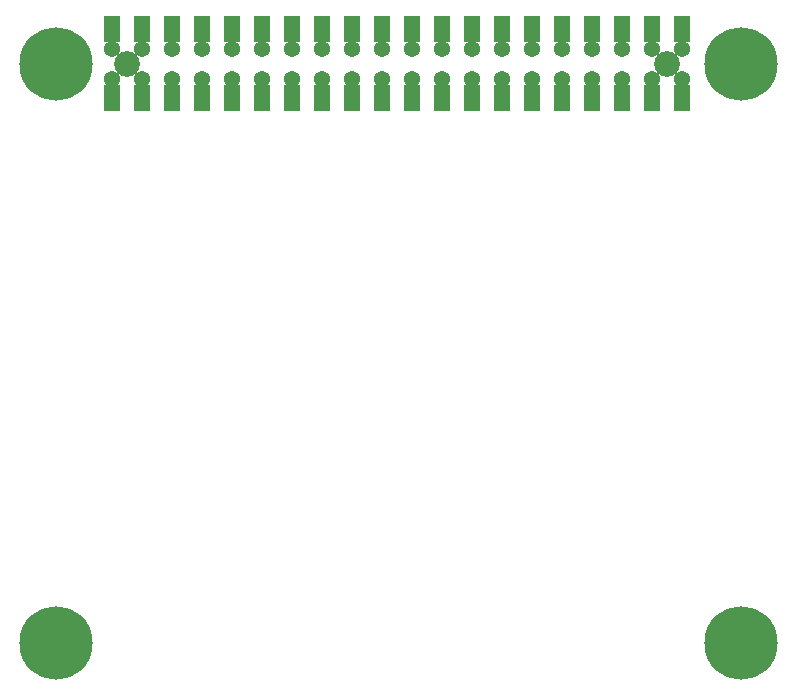
<source format=gbr>
G04 #@! TF.GenerationSoftware,KiCad,Pcbnew,(5.1.2)-2*
G04 #@! TF.CreationDate,2020-02-14T14:24:33-05:00*
G04 #@! TF.ProjectId,rpi-power-supply,7270692d-706f-4776-9572-2d737570706c,rev?*
G04 #@! TF.SameCoordinates,Original*
G04 #@! TF.FileFunction,Soldermask,Bot*
G04 #@! TF.FilePolarity,Negative*
%FSLAX46Y46*%
G04 Gerber Fmt 4.6, Leading zero omitted, Abs format (unit mm)*
G04 Created by KiCad (PCBNEW (5.1.2)-2) date 2020-02-14 14:24:33*
%MOMM*%
%LPD*%
G04 APERTURE LIST*
%ADD10C,6.200000*%
%ADD11R,1.420000X2.180000*%
%ADD12C,1.365200*%
%ADD13C,2.178000*%
G04 APERTURE END LIST*
D10*
X127980000Y-76350000D03*
X185990000Y-76340000D03*
X185990000Y-125350000D03*
X128000000Y-125340000D03*
D11*
X173430000Y-73412200D03*
X175970000Y-73412200D03*
X181050000Y-73412200D03*
X178510000Y-73412200D03*
X153110000Y-73412200D03*
X155650000Y-73412200D03*
X160730000Y-73412200D03*
X158190000Y-73412200D03*
X168350000Y-73412200D03*
X170890000Y-73412200D03*
X165810000Y-73412200D03*
X163270000Y-73412200D03*
X142950000Y-73412200D03*
X145490000Y-73412200D03*
X150570000Y-73412200D03*
X148030000Y-73412200D03*
X137870000Y-73412200D03*
X140410000Y-73412200D03*
X135330000Y-73412200D03*
X132790000Y-73412200D03*
X181050000Y-79247800D03*
X178510000Y-79247800D03*
X173430000Y-79247800D03*
X175970000Y-79247800D03*
X165810000Y-79247800D03*
X163270000Y-79247800D03*
X168350000Y-79247800D03*
X170890000Y-79247800D03*
X160730000Y-79247800D03*
X158190000Y-79247800D03*
X153110000Y-79247800D03*
X155650000Y-79247800D03*
X135330000Y-79247800D03*
X132790000Y-79247800D03*
X137870000Y-79247800D03*
X140410000Y-79247800D03*
X150570000Y-79247800D03*
X148030000Y-79247800D03*
D12*
X160730000Y-77600000D03*
X158190000Y-77600000D03*
X163270000Y-77600000D03*
X165810000Y-77600000D03*
X175970000Y-77600000D03*
X173430000Y-77600000D03*
X168350000Y-77600000D03*
X170890000Y-77600000D03*
X178510000Y-77600000D03*
X181050000Y-77600000D03*
X155650000Y-77600000D03*
X153110000Y-77600000D03*
X145490000Y-77600000D03*
X142950000Y-77600000D03*
X148030000Y-77600000D03*
X150570000Y-77600000D03*
X140410000Y-77600000D03*
X137870000Y-77600000D03*
X132790000Y-77600000D03*
X135330000Y-77600000D03*
X135330000Y-75060000D03*
X132790000Y-75060000D03*
X137870000Y-75060000D03*
X140410000Y-75060000D03*
X150570000Y-75060000D03*
X148030000Y-75060000D03*
X142950000Y-75060000D03*
X145490000Y-75060000D03*
X153110000Y-75060000D03*
X155650000Y-75060000D03*
X181050000Y-75060000D03*
X178510000Y-75060000D03*
X170890000Y-75060000D03*
X168350000Y-75060000D03*
X173430000Y-75060000D03*
X175970000Y-75060000D03*
X165810000Y-75060000D03*
X163270000Y-75060000D03*
X158190000Y-75060000D03*
X160730000Y-75060000D03*
D11*
X142950000Y-79247800D03*
X145490000Y-79247800D03*
D13*
X134060000Y-76330000D03*
X179780000Y-76330000D03*
M02*

</source>
